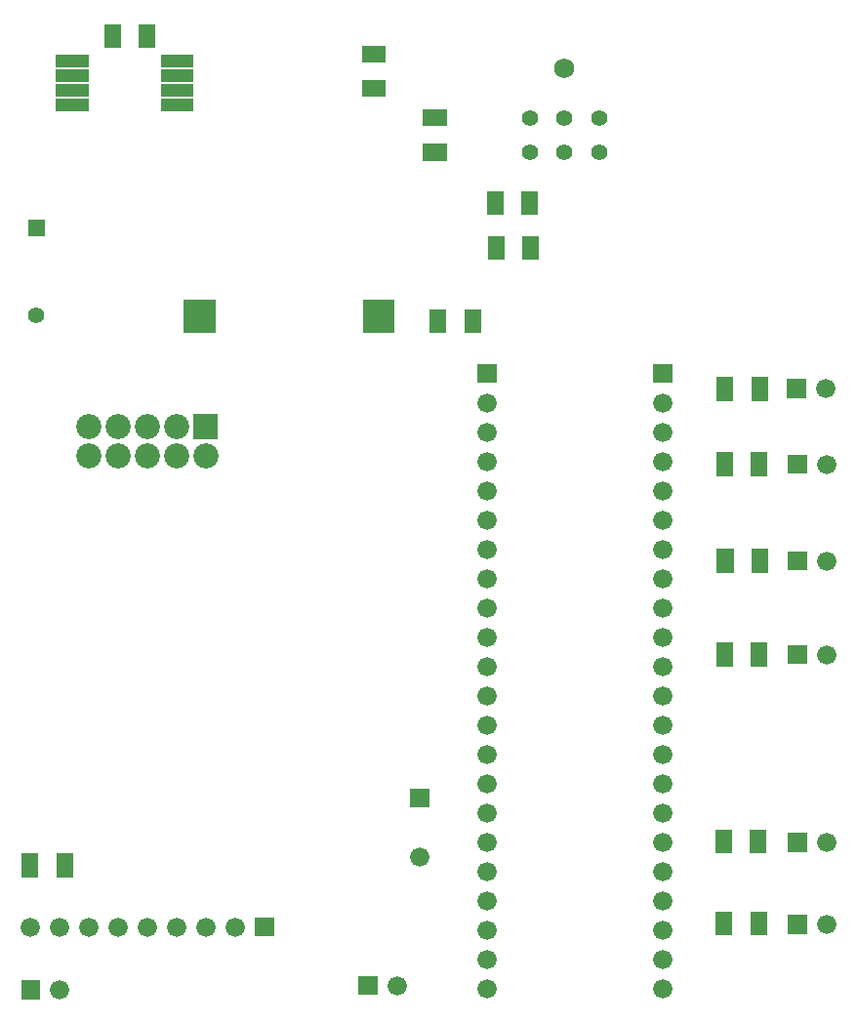
<source format=gbr>
G04 start of page 5 for group -4063 idx -4063 *
G04 Title: (unknown), componentmask *
G04 Creator: pcb 20110918 *
G04 CreationDate: Mon 05 May 2014 07:23:22 AM GMT UTC *
G04 For: john *
G04 Format: Gerber/RS-274X *
G04 PCB-Dimensions: 295500 350000 *
G04 PCB-Coordinate-Origin: lower left *
%MOIN*%
%FSLAX25Y25*%
%LNTOPMASK*%
%ADD65R,0.1080X0.1080*%
%ADD64R,0.0440X0.0440*%
%ADD63R,0.0572X0.0572*%
%ADD62C,0.0860*%
%ADD61C,0.0690*%
%ADD60C,0.0560*%
%ADD59C,0.0660*%
%ADD58C,0.0001*%
G54D58*G36*
X89700Y44300D02*Y37700D01*
X96300D01*
Y44300D01*
X89700D01*
G37*
G54D59*X83000Y41000D03*
X73000D03*
X63000D03*
X53000D03*
X43000D03*
X33000D03*
X23000D03*
X13000D03*
G54D58*G36*
X9900Y22800D02*Y16200D01*
X16500D01*
Y22800D01*
X9900D01*
G37*
G54D59*X23200Y19500D03*
G54D58*G36*
X125200Y24300D02*Y17700D01*
X131800D01*
Y24300D01*
X125200D01*
G37*
G54D59*X138500Y21000D03*
G54D60*X207355Y317292D03*
X195555D03*
G54D61*Y334292D03*
G54D60*X183755Y317292D03*
X207355Y305492D03*
X183755D03*
X195555D03*
G54D58*G36*
X12384Y282584D02*Y276984D01*
X17984D01*
Y282584D01*
X12384D01*
G37*
G36*
X271500Y228200D02*Y221600D01*
X278100D01*
Y228200D01*
X271500D01*
G37*
G54D59*X284800Y224900D03*
G54D58*G36*
X225700Y233300D02*Y226700D01*
X232300D01*
Y233300D01*
X225700D01*
G37*
G54D59*X229000Y220000D03*
G54D58*G36*
X271700Y202300D02*Y195700D01*
X278300D01*
Y202300D01*
X271700D01*
G37*
G36*
Y137300D02*Y130700D01*
X278300D01*
Y137300D01*
X271700D01*
G37*
G36*
X271892Y73296D02*Y66696D01*
X278492D01*
Y73296D01*
X271892D01*
G37*
G36*
Y45129D02*Y38529D01*
X278492D01*
Y45129D01*
X271892D01*
G37*
G54D59*X285000Y199000D03*
Y134000D03*
X285192Y69996D03*
Y41829D03*
G54D58*G36*
X271700Y169300D02*Y162700D01*
X278300D01*
Y169300D01*
X271700D01*
G37*
G54D59*X285000Y166000D03*
X229000Y180000D03*
Y170000D03*
Y160000D03*
Y150000D03*
Y140000D03*
Y130000D03*
Y120000D03*
Y110000D03*
Y100000D03*
Y90000D03*
Y80000D03*
Y70000D03*
Y60000D03*
Y50000D03*
Y40000D03*
Y30000D03*
Y20000D03*
Y210000D03*
Y200000D03*
Y190000D03*
G54D58*G36*
X165700Y233300D02*Y226700D01*
X172300D01*
Y233300D01*
X165700D01*
G37*
G54D59*X169000Y220000D03*
Y210000D03*
Y200000D03*
G54D58*G36*
X68600Y216200D02*Y207600D01*
X77200D01*
Y216200D01*
X68600D01*
G37*
G54D62*X72900Y201900D03*
X62900D03*
X52900D03*
X42900D03*
X32900D03*
X62900Y211900D03*
X52900D03*
X42900D03*
X32900D03*
G54D60*X15184Y249784D03*
G54D59*X169000Y190000D03*
Y180000D03*
Y170000D03*
Y160000D03*
Y150000D03*
Y140000D03*
Y130000D03*
Y120000D03*
Y110000D03*
Y100000D03*
Y90000D03*
Y80000D03*
Y70000D03*
G54D58*G36*
X142700Y88300D02*Y81700D01*
X149300D01*
Y88300D01*
X142700D01*
G37*
G54D59*X146000Y65000D03*
X169000Y60000D03*
Y50000D03*
Y40000D03*
Y30000D03*
Y20000D03*
G54D63*X183900Y273971D02*Y271609D01*
X172090Y273971D02*Y271609D01*
X183700Y289481D02*Y287119D01*
X171890Y289481D02*Y287119D01*
X152300Y249081D02*Y246719D01*
X164110Y249081D02*Y246719D01*
X261905Y200181D02*Y197819D01*
X262190Y167181D02*Y164819D01*
X262105Y225881D02*Y223519D01*
X250380Y167181D02*Y164819D01*
X250095Y200181D02*Y197819D01*
X250295Y225881D02*Y223519D01*
X13000Y63181D02*Y60819D01*
X24810Y63181D02*Y60819D01*
G54D64*X24029Y336706D02*X30729D01*
X24029Y331706D02*X30729D01*
X24029Y326706D02*X30729D01*
X24029Y321706D02*X30729D01*
X59829D02*X66529D01*
X59829Y326706D02*X66529D01*
X59829Y331706D02*X66529D01*
X59829Y336706D02*X66529D01*
G54D63*X53000Y346381D02*Y344019D01*
X41190Y346381D02*Y344019D01*
X129119Y339105D02*X131481D01*
X129119Y327295D02*X131481D01*
X150084Y305512D02*X152446D01*
X150084Y317322D02*X152446D01*
G54D65*X70900Y249700D02*Y249300D01*
X132000Y249700D02*Y249300D01*
G54D63*X261905Y135181D02*Y132819D01*
X250095Y135181D02*Y132819D01*
X249876Y71349D02*Y68987D01*
X249989Y43366D02*Y41004D01*
X261686Y71349D02*Y68987D01*
X261799Y43366D02*Y41004D01*
M02*

</source>
